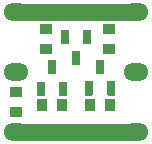
<source format=gts>
G04*
G04 #@! TF.GenerationSoftware,Altium Limited,Altium Designer,24.6.1 (21)*
G04*
G04 Layer_Color=417716*
%FSLAX25Y25*%
%MOIN*%
G70*
G04*
G04 #@! TF.SameCoordinates,92C08AAC-CC59-47DC-8000-F7C2F8DBA572*
G04*
G04*
G04 #@! TF.FilePolarity,Negative*
G04*
G01*
G75*
%ADD15R,0.02756X0.05118*%
%ADD16R,0.03556X0.04147*%
%ADD17R,0.04147X0.03556*%
%ADD18C,0.05800*%
%ADD19O,0.08300X0.05800*%
G36*
X14441Y17051D02*
X12079D01*
Y21776D01*
X14441D01*
Y17051D01*
D02*
G37*
G36*
X19559D02*
X21921D01*
Y21776D01*
X19559D01*
Y17051D01*
D02*
G37*
G36*
X15819Y24138D02*
X18181D01*
Y28862D01*
X15819D01*
Y24138D01*
D02*
G37*
G36*
X22441Y38949D02*
X20079D01*
Y34224D01*
X22441D01*
Y38949D01*
D02*
G37*
G36*
X29921Y34224D02*
X27559D01*
Y38949D01*
X29921D01*
Y34224D01*
D02*
G37*
G36*
X26181Y27138D02*
X23819D01*
Y31862D01*
X26181D01*
Y27138D01*
D02*
G37*
G36*
X34181Y24181D02*
X31819D01*
Y28905D01*
X34181D01*
Y24181D01*
D02*
G37*
G36*
X37921Y17095D02*
X35559D01*
Y21819D01*
X37921D01*
Y17095D01*
D02*
G37*
G36*
X30441D02*
X28079D01*
Y21819D01*
X30441D01*
Y17095D01*
D02*
G37*
D15*
X25000Y29500D02*
D03*
X21260Y36587D02*
D03*
X28740D02*
D03*
X33000Y26543D02*
D03*
X36740Y19457D02*
D03*
X29260D02*
D03*
X17000Y26500D02*
D03*
X20740Y19413D02*
D03*
X13260D02*
D03*
D16*
X36248Y14000D02*
D03*
X29752D02*
D03*
X20248D02*
D03*
X13752D02*
D03*
D17*
X36000Y32752D02*
D03*
Y39248D02*
D03*
X5000Y11752D02*
D03*
Y18248D02*
D03*
X15000Y32752D02*
D03*
Y39248D02*
D03*
D18*
X36000Y45000D02*
X45000D01*
X21000D02*
X36000D01*
X15000D02*
X21000D01*
X5000D02*
X15000D01*
X36000Y5000D02*
X45000D01*
X20500D02*
X36000D01*
X5000D02*
X20500D01*
D19*
X5000D02*
D03*
X45000Y45000D02*
D03*
X5000D02*
D03*
X45000Y5000D02*
D03*
X5000Y25000D02*
D03*
X45000D02*
D03*
M02*

</source>
